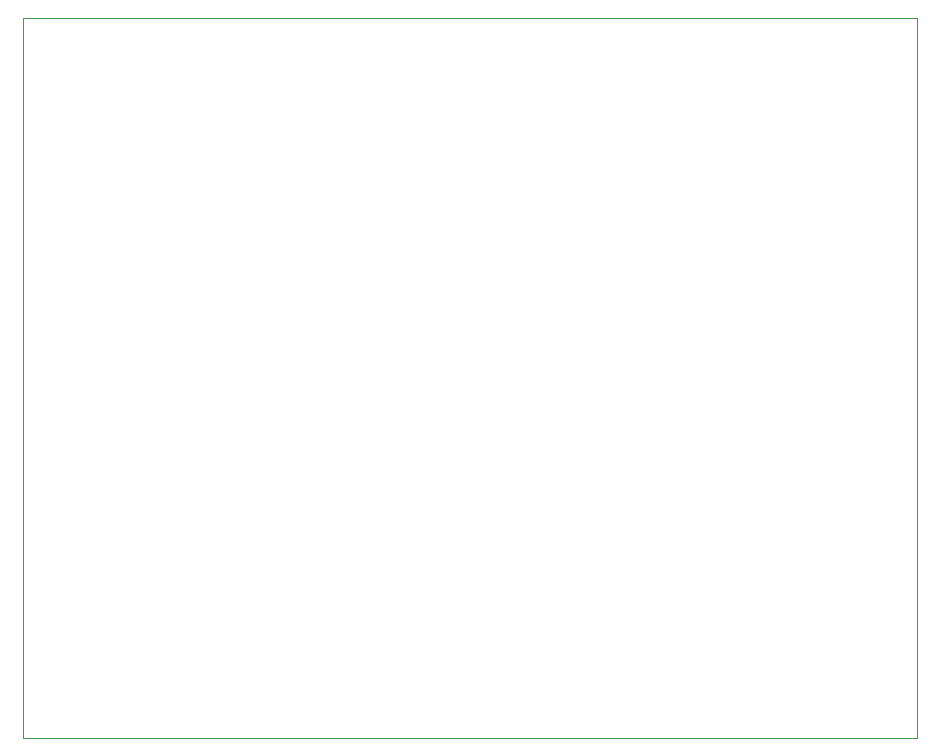
<source format=gbr>
%TF.GenerationSoftware,KiCad,Pcbnew,7.0.7*%
%TF.CreationDate,2023-12-14T17:45:08-06:00*%
%TF.ProjectId,test,74657374-2e6b-4696-9361-645f70636258,rev?*%
%TF.SameCoordinates,Original*%
%TF.FileFunction,Profile,NP*%
%FSLAX46Y46*%
G04 Gerber Fmt 4.6, Leading zero omitted, Abs format (unit mm)*
G04 Created by KiCad (PCBNEW 7.0.7) date 2023-12-14 17:45:08*
%MOMM*%
%LPD*%
G01*
G04 APERTURE LIST*
%TA.AperFunction,Profile*%
%ADD10C,0.050000*%
%TD*%
G04 APERTURE END LIST*
D10*
X95504000Y-71628000D02*
X171196000Y-71628000D01*
X171196000Y-132588000D01*
X95504000Y-132588000D01*
X95504000Y-71628000D01*
M02*

</source>
